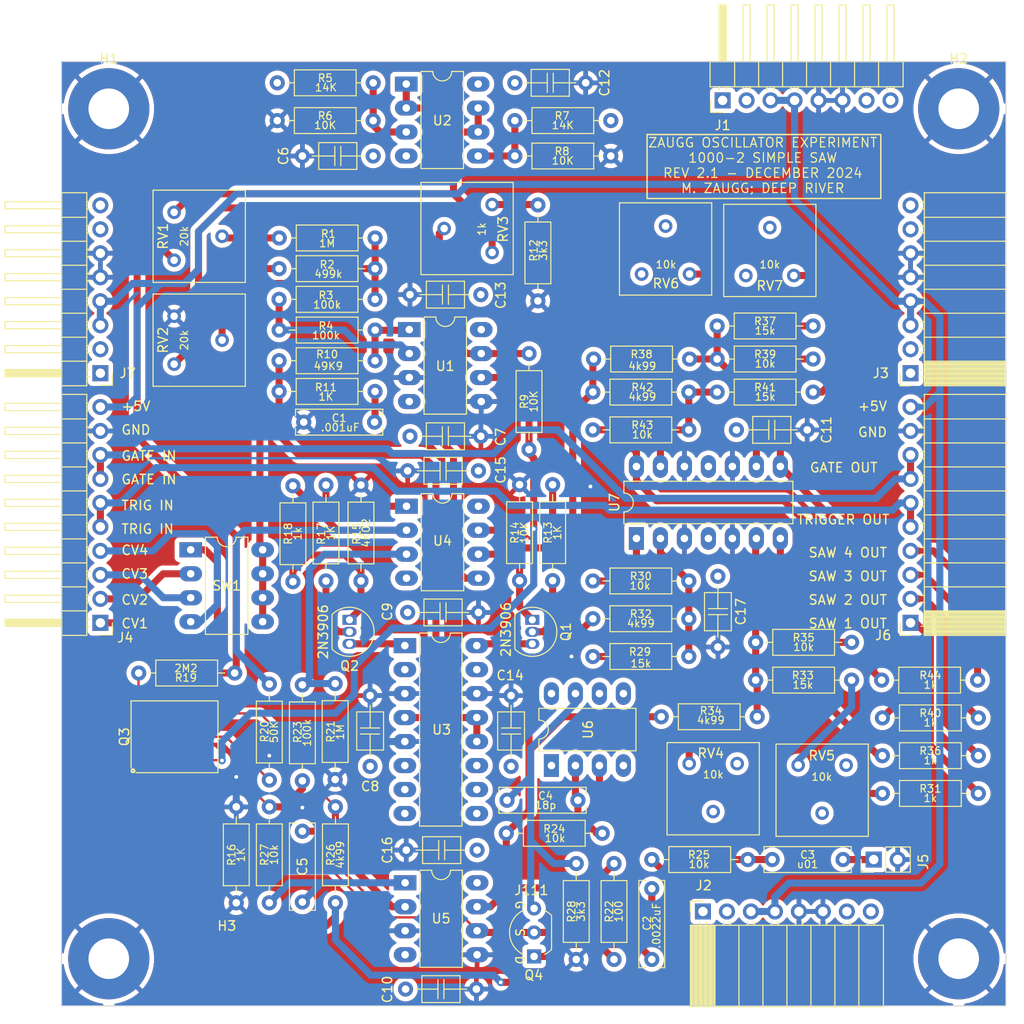
<source format=kicad_pcb>
(kicad_pcb
	(version 20240108)
	(generator "pcbnew")
	(generator_version "8.0")
	(general
		(thickness 1.6)
		(legacy_teardrops no)
	)
	(paper "A4")
	(layers
		(0 "F.Cu" signal)
		(1 "In1.Cu" signal)
		(2 "In2.Cu" signal)
		(31 "B.Cu" signal)
		(32 "B.Adhes" user "B.Adhesive")
		(33 "F.Adhes" user "F.Adhesive")
		(34 "B.Paste" user)
		(35 "F.Paste" user)
		(36 "B.SilkS" user "B.Silkscreen")
		(37 "F.SilkS" user "F.Silkscreen")
		(38 "B.Mask" user)
		(39 "F.Mask" user)
		(40 "Dwgs.User" user "User.Drawings")
		(41 "Cmts.User" user "User.Comments")
		(42 "Eco1.User" user "User.Eco1")
		(43 "Eco2.User" user "User.Eco2")
		(44 "Edge.Cuts" user)
		(45 "Margin" user)
		(46 "B.CrtYd" user "B.Courtyard")
		(47 "F.CrtYd" user "F.Courtyard")
		(48 "B.Fab" user)
		(49 "F.Fab" user)
		(50 "User.1" user)
		(51 "User.2" user)
		(52 "User.3" user)
		(53 "User.4" user)
		(54 "User.5" user)
		(55 "User.6" user)
		(56 "User.7" user)
		(57 "User.8" user)
		(58 "User.9" user)
	)
	(setup
		(stackup
			(layer "F.SilkS"
				(type "Top Silk Screen")
			)
			(layer "F.Paste"
				(type "Top Solder Paste")
			)
			(layer "F.Mask"
				(type "Top Solder Mask")
				(thickness 0.01)
			)
			(layer "F.Cu"
				(type "copper")
				(thickness 0.035)
			)
			(layer "dielectric 1"
				(type "prepreg")
				(thickness 0.1)
				(material "FR4")
				(epsilon_r 4.5)
				(loss_tangent 0.02)
			)
			(layer "In1.Cu"
				(type "copper")
				(thickness 0.035)
			)
			(layer "dielectric 2"
				(type "core")
				(thickness 1.24)
				(material "FR4")
				(epsilon_r 4.5)
				(loss_tangent 0.02)
			)
			(layer "In2.Cu"
				(type "copper")
				(thickness 0.035)
			)
			(layer "dielectric 3"
				(type "prepreg")
				(thickness 0.1)
				(material "FR4")
				(epsilon_r 4.5)
				(loss_tangent 0.02)
			)
			(layer "B.Cu"
				(type "copper")
				(thickness 0.035)
			)
			(layer "B.Mask"
				(type "Bottom Solder Mask")
				(thickness 0.01)
			)
			(layer "B.Paste"
				(type "Bottom Solder Paste")
			)
			(layer "B.SilkS"
				(type "Bottom Silk Screen")
			)
			(copper_finish "None")
			(dielectric_constraints no)
		)
		(pad_to_mask_clearance 0)
		(allow_soldermask_bridges_in_footprints no)
		(grid_origin 2.5 -0.5)
		(pcbplotparams
			(layerselection 0x00010fc_ffffffff)
			(plot_on_all_layers_selection 0x0000000_00000000)
			(disableapertmacros no)
			(usegerberextensions no)
			(usegerberattributes yes)
			(usegerberadvancedattributes yes)
			(creategerberjobfile yes)
			(dashed_line_dash_ratio 12.000000)
			(dashed_line_gap_ratio 3.000000)
			(svgprecision 4)
			(plotframeref no)
			(viasonmask no)
			(mode 1)
			(useauxorigin no)
			(hpglpennumber 1)
			(hpglpenspeed 20)
			(hpglpendiameter 15.000000)
			(pdf_front_fp_property_popups yes)
			(pdf_back_fp_property_popups yes)
			(dxfpolygonmode yes)
			(dxfimperialunits yes)
			(dxfusepcbnewfont yes)
			(psnegative no)
			(psa4output no)
			(plotreference yes)
			(plotvalue yes)
			(plotfptext yes)
			(plotinvisibletext no)
			(sketchpadsonfab no)
			(subtractmaskfromsilk no)
			(outputformat 1)
			(mirror no)
			(drillshape 0)
			(scaleselection 1)
			(outputdirectory "Outputs/")
		)
	)
	(net 0 "")
	(net 1 "Net-(C1-Pad1)")
	(net 2 "GND")
	(net 3 "Net-(Q4-S)")
	(net 4 "Net-(Q4-D)")
	(net 5 "/SYNC")
	(net 6 "Net-(U6--)")
	(net 7 "Net-(Q4-G)")
	(net 8 "Net-(U5A--)")
	(net 9 "Net-(C5-Pad2)")
	(net 10 "/-12V")
	(net 11 "/+12V")
	(net 12 "+5V")
	(net 13 "/CV1")
	(net 14 "/CV2")
	(net 15 "/CV3")
	(net 16 "/CV4")
	(net 17 "TRIGGER_IN")
	(net 18 "GATE_IN")
	(net 19 "Net-(Q1-E)")
	(net 20 "Net-(Q1-B)")
	(net 21 "Net-(Q1-C)")
	(net 22 "Net-(Q2-E)")
	(net 23 "Net-(Q2-B)")
	(net 24 "Net-(Q2-C)")
	(net 25 "Net-(Q3-Pad12)")
	(net 26 "Net-(Q3-Pad10)")
	(net 27 "Net-(U1B--)")
	(net 28 "Net-(Q3-Pad14)")
	(net 29 "Net-(R1-Pad1)")
	(net 30 "Net-(R1-Pad2)")
	(net 31 "Net-(R2-Pad2)")
	(net 32 "Net-(U1A--)")
	(net 33 "Net-(R10-Pad1)")
	(net 34 "/+5V_NOBUFF")
	(net 35 "/-5V_NOBUFF")
	(net 36 "Net-(R9-Pad2)")
	(net 37 "Net-(U3A--)")
	(net 38 "Net-(R12-Pad2)")
	(net 39 "Net-(R13-Pad1)")
	(net 40 "Net-(R17-Pad2)")
	(net 41 "Net-(U4A--)")
	(net 42 "/+5V_BUFF")
	(net 43 "Net-(U4A-+)")
	(net 44 "/SAW_OUT")
	(net 45 "/-5V_BUFF")
	(net 46 "Net-(U4B-+)")
	(net 47 "unconnected-(U3C-DIODE_BIAS-Pad2)")
	(net 48 "unconnected-(U3A-DIODE_BIAS-Pad15)")
	(net 49 "Net-(U7A--)")
	(net 50 "Net-(R29-Pad1)")
	(net 51 "Net-(R30-Pad2)")
	(net 52 "Net-(R33-Pad1)")
	(net 53 "Net-(U7B--)")
	(net 54 "Net-(R35-Pad2)")
	(net 55 "Net-(R37-Pad1)")
	(net 56 "Net-(U7C--)")
	(net 57 "Net-(R39-Pad2)")
	(net 58 "Net-(U7D--)")
	(net 59 "Net-(R41-Pad1)")
	(net 60 "Net-(R43-Pad2)")
	(net 61 "Net-(U6-+)")
	(net 62 "Net-(J6-Pin_1)")
	(net 63 "Net-(J6-Pin_4)")
	(net 64 "Net-(J6-Pin_2)")
	(net 65 "Net-(J6-Pin_3)")
	(footprint "Resistor_THT:R_Axial_DIN0207_L6.3mm_D2.5mm_P10.16mm_Horizontal" (layer "F.Cu") (at 66.5 31.5 180))
	(footprint "Capacitor_THT_US_AKL:C_Axial_L3.8mm_D2.6mm_P7.50mm_Horizontal" (layer "F.Cu") (at 47.6 74.635 90))
	(footprint "Potentiometer_THT:Potentiometer_Bourns_3386F_Vertical" (layer "F.Cu") (at 45.595 15.14 180))
	(footprint "Capacitor_THT_US_AKL:C_Axial_L3.8mm_D2.6mm_P7.50mm_Horizontal" (layer "F.Cu") (at 44 83.5 180))
	(footprint "Potentiometer_THT:Potentiometer_Bourns_3386F_Vertical" (layer "F.Cu") (at 66.46 74.345 -90))
	(footprint "Resistor_THT:R_Axial_DIN0207_L6.3mm_D2.5mm_P10.16mm_Horizontal" (layer "F.Cu") (at 62.5 84.5))
	(footprint "Capacitor_THT_US_AKL:C_Axial_L3.8mm_D2.6mm_P7.50mm_Horizontal" (layer "F.Cu") (at 48 2.25))
	(footprint "Connector_PinSocket_2.54mm:PinSocket_1x08_P2.54mm_Horizontal" (layer "F.Cu") (at 89.9 33 180))
	(footprint "MountingHole:MountingHole_4.3mm_M4_Pad" (layer "F.Cu") (at 5 5))
	(footprint "Resistor_THT:R_Axial_DIN0207_L6.3mm_D2.5mm_P10.16mm_Horizontal" (layer "F.Cu") (at 47.095 81.72))
	(footprint "Resistor_THT:R_Axial_DIN0207_L6.3mm_D2.5mm_P10.16mm_Horizontal" (layer "F.Cu") (at 28 55 90))
	(footprint "Resistor_THT:R_Axial_DIN0207_L6.3mm_D2.5mm_P10.16mm_Horizontal" (layer "F.Cu") (at 33.195 34.93 180))
	(footprint "Resistor_THT:R_Axial_DIN0207_L6.3mm_D2.5mm_P10.16mm_Horizontal" (layer "F.Cu") (at 83.66 65.5 180))
	(footprint "Package_TO_SOT_THT_AKL:TO-92_Inline_Wide_DSG" (layer "F.Cu") (at 50.035 94.76 90))
	(footprint "Resistor_THT:R_Axial_DIN0207_L6.3mm_D2.5mm_P10.16mm_Horizontal" (layer "F.Cu") (at 22 78.92 -90))
	(footprint "Resistor_THT:R_Axial_DIN0207_L6.3mm_D2.5mm_P10.16mm_Horizontal" (layer "F.Cu") (at 22.84 6.25))
	(footprint "Package_DIP:DIP-8_W7.62mm_LongPads" (layer "F.Cu") (at 36.82 28.38))
	(footprint "Resistor_THT:R_Axial_DIN0207_L6.3mm_D2.5mm_P10.16mm_Horizontal" (layer "F.Cu") (at 97.08 69.5 180))
	(footprint "Resistor_THT:R_Axial_DIN0207_L6.3mm_D2.5mm_P10.16mm_Horizontal" (layer "F.Cu") (at 56.26 63))
	(footprint "Resistor_THT:R_Axial_DIN0207_L6.3mm_D2.5mm_P10.16mm_Horizontal" (layer "F.Cu") (at 29 78.92 -90))
	(footprint "Resistor_THT:R_Axial_DIN0207_L6.3mm_D2.5mm_P10.16mm_Horizontal" (layer "F.Cu") (at 52 44.805 -90))
	(footprint "MountingHole:MountingHole_4.3mm_M4_Pad" (layer "F.Cu") (at 95 5))
	(footprint "Potentiometer_THT:Potentiometer_Bourns_3386F_Vertical" (layer "F.Cu") (at 78 74.5 -90))
	(footprint "Package_DIP:DIP-8_W7.62mm_LongPads" (layer "F.Cu") (at 36.38 86.96))
	(footprint "Resistor_THT:R_Axial_DIN0207_L6.3mm_D2.5mm_P10.16mm_Horizontal" (layer "F.Cu") (at 33 2.25 180))
	(footprint "Connector_PinHeader_2.54mm:PinHeader_1x08_P2.54mm_Horizontal" (layer "F.Cu") (at 4.11 33 180))
	(footprint "Resistor_THT:R_Axial_DIN0207_L6.3mm_D2.5mm_P10.16mm_Horizontal" (layer "F.Cu") (at 33.195 25.18 180))
	(footprint "Resistor_THT:R_Axial_DIN0207_L6.3mm_D2.5mm_P10.16mm_Horizontal" (layer "F.Cu") (at 25.5 66 -90))
	(footprint "Resistor_THT:R_Axial_DIN0207_L6.3mm_D2.5mm_P10.16mm_Horizontal" (layer "F.Cu") (at 50.44 25.34 90))
	(footprint "Capacitor_THT:C_Rect_L9.0mm_W2.5mm_P7.50mm_MKT" (layer "F.Cu") (at 33.145 38.18 180))
	(footprint "Capacitor_THT:C_Rect_L9.0mm_W2.5mm_P7.50mm_MKT"
		(layer "F.Cu")
		(uuid "6a9b7045-413a-4df7-881b-abf66a0b409b")
		(at 25.5 81.5 -90)
		(descr "C, Rect series, Radial, pin pitch=7.50mm, , length*width=9*2.5mm^2, Capacitor, https://en.tdk.eu/inf/20/20/db/fc_2009/MKT_B32560_564.pdf")
		(tags "C Rect series Radial pin pitch 7.50mm  length 9mm width 2.5mm Capacitor")
		(property "Reference" "C5"
			(at 3.75 0 90)
			(layer "F.SilkS")
			(uuid "5b7c38b6-8b95-447a-b375-799359b659a4")
			(effects
				(font
					(size 1 1)
					(thickness 0.15)
				)
			)
		)
		(property "Value" "100p"
			(at 3.75 2.5 90)
			(layer "F.Fab")
			(uuid "cceaa09a-bbc0-489b-a792-0bbe7a4329a7")
			(effects
				(font
					(size 1 1)
					(thickness 0.15)
				)
			)
		)
		(property "Footprint" "Capacitor_THT:C_Rect_L9.0mm_W2.5mm_P7.50mm_MKT"
			(at 0 0 90)
			(layer "F.Fab")
			(hide yes)
			(uuid "223bccb2-92e7-48a4-8441-cb53ec45289f")
			(effects
				(font
					(size 1.27 1.27)
					(thickness 0.15)
				)
			)
		)
		(property "Datasheet" ""
			(at 0 0 90)
			(layer "F.Fab")
			(hide yes)
			(uuid "d493586a-f9a1-4178-8002-b094f87c8dbe")
			(effects
				(font
					(size 1.27 1.27)
					(thickness 0.15)
				)
			)
		)
		(property "Description" ""
			(at 0 0 90)
			(layer "F.Fab")
			(hide yes)
			(uuid "037e48dc-5a00-47ee-b82d-8579aaf940be")
			(effects
				(font
					(size 1.27 1.27)
					(thickness 0.15)
				)
			)
		)
		(property ki_fp_filters "C_*")
		(path "/ece652ae-6a76-4c5a-be27-cb7bec319310")
		(sheetname "Root")
		(sheetfile "SimpleSaw.kicad_sch")
		(attr through_hole)
		(fp_line
			(start -0.87 1.37)
			(end 8.37 1.37)
			(stroke
				(width 0.12)
				(type solid)
			)
			(layer "F.SilkS")
			(uuid "047c5a0c-1b61-4e29-948a-c4031df70139")
		)
		(fp_line
			(start -0.87 0.665)
			(end -0.87 1.37)
			(stroke
				(width 0.12)
				(type solid)
			)
			(layer "F.SilkS")
			(uuid "33f48682-4dd1-4223-b6f2-dd8ac2014b5f")
		)
		(fp_line
			(start 8.37 0.665)
			(end 8.
... [2282339 chars truncated]
</source>
